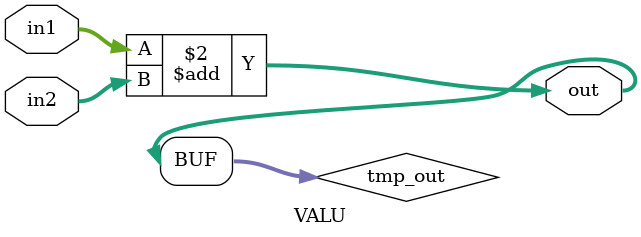
<source format=v>

module VALU (in1, in2, out);

// ------------------------ PORT declaration ------------------------ //
input [7:0] in1, in2;
output [7:0] out;

// ------------------------- Registers/Wires ------------------------ //
reg [7:0] tmp_out;

// -------------------------- ALU Operation ------------------------- //
// ALUOp encoding:													  //
//  000 = addition, 001 = subtraction, 010 = OR,					  //
//  011 = NAND, and 100 = Shift										  //
// ------------------------------------------------------------------ //
always @(*)
begin
	tmp_out = in1 + in2;
end

// Assign output and condition flags
assign out = tmp_out;


endmodule

</source>
